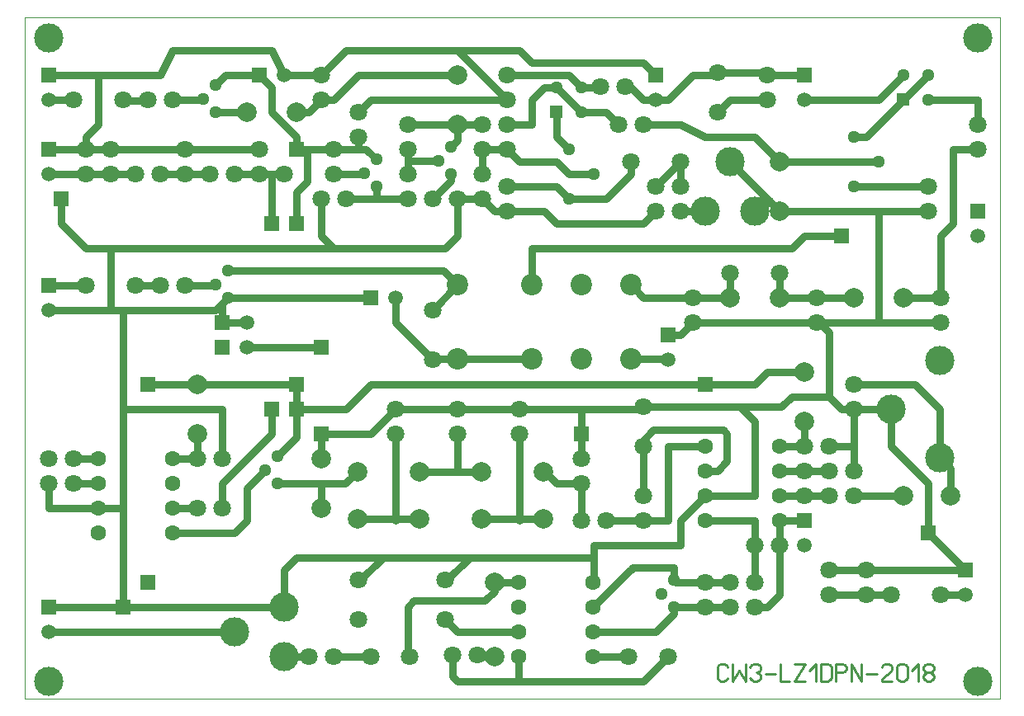
<source format=gbr>
%FSLAX34Y34*%
%MOMM*%
%LNSILK_TOP*%
G71*
G01*
%ADD10C, 0.00*%
%ADD11C, 1.52*%
%ADD12C, 1.80*%
%ADD13C, 0.80*%
%ADD14C, 1.28*%
%ADD15C, 2.00*%
%ADD16C, 1.28*%
%ADD17C, 3.00*%
%ADD18C, 1.60*%
%ADD19C, 2.20*%
%ADD20C, 3.00*%
%ADD21C, 3.00*%
%ADD22C, 0.22*%
%LPD*%
G54D10*
X-50000Y1050000D02*
X950000Y1050000D01*
X950000Y350000D01*
X-50000Y350000D01*
X-50000Y1050000D01*
G36*
X-17800Y998200D02*
X-17800Y983000D01*
X-33000Y983000D01*
X-33000Y998200D01*
X-17800Y998200D01*
G37*
X-25400Y965200D02*
G54D11*
D03*
X76200Y965200D02*
G54D12*
D03*
X101600Y965200D02*
G54D12*
D03*
X50800Y965200D02*
G54D12*
D03*
X0Y965200D02*
G54D12*
D03*
G54D13*
X51808Y963933D02*
X74933Y963933D01*
X76200Y965200D01*
X145766Y952171D02*
G54D14*
D03*
X133066Y966171D02*
G54D14*
D03*
X145766Y980171D02*
G54D14*
D03*
G36*
X182900Y998200D02*
X198100Y998200D01*
X198100Y983000D01*
X182900Y983000D01*
X182900Y998200D01*
G37*
X215900Y990600D02*
G54D11*
D03*
G54D13*
X190500Y990600D02*
X156195Y990600D01*
X145766Y980171D01*
X177800Y952500D02*
G54D15*
D03*
X228600Y952500D02*
G54D15*
D03*
G54D13*
X177800Y952500D02*
X146095Y952500D01*
X145766Y952171D01*
X254000Y990600D02*
G54D12*
D03*
X254000Y965200D02*
G54D12*
D03*
X310866Y875971D02*
G54D14*
D03*
X298166Y889971D02*
G54D14*
D03*
X310866Y903971D02*
G54D14*
D03*
G36*
X-17800Y922000D02*
X-17800Y906800D01*
X-33000Y906800D01*
X-33000Y922000D01*
X-17800Y922000D01*
G37*
X-25400Y889000D02*
G54D11*
D03*
X12700Y914400D02*
G54D12*
D03*
X12700Y889000D02*
G54D12*
D03*
X38100Y914400D02*
G54D12*
D03*
X38100Y889000D02*
G54D12*
D03*
X63500Y889000D02*
G54D12*
D03*
X88900Y889000D02*
G54D12*
D03*
X114300Y914400D02*
G54D12*
D03*
X114300Y889000D02*
G54D12*
D03*
X139700Y889000D02*
G54D12*
D03*
X165100Y889000D02*
G54D12*
D03*
X190500Y914400D02*
G54D12*
D03*
X190500Y889000D02*
G54D12*
D03*
G54D13*
X-25400Y889000D02*
X12700Y889000D01*
X38100Y889000D01*
X63500Y889000D01*
G54D13*
X88900Y889000D02*
X114300Y889000D01*
X139700Y889000D01*
G54D13*
X165100Y889000D02*
X190500Y889000D01*
G54D13*
X-25400Y965200D02*
X0Y965200D01*
G54D13*
X101600Y965200D02*
X132095Y965200D01*
X133066Y966171D01*
X266700Y914400D02*
G54D12*
D03*
X266700Y889000D02*
G54D12*
D03*
G54D13*
X266700Y889000D02*
X297195Y889000D01*
X298166Y889971D01*
G54D13*
X266700Y914400D02*
X300437Y914400D01*
X310866Y903971D01*
X292100Y952500D02*
G54D12*
D03*
X292100Y927100D02*
G54D12*
D03*
G54D13*
X292100Y927100D02*
X292100Y914400D01*
G54D13*
X228600Y952500D02*
X241300Y952500D01*
X254000Y965200D01*
X342900Y863600D02*
G54D12*
D03*
X342900Y889000D02*
G54D12*
D03*
X387066Y888671D02*
G54D14*
D03*
X374366Y902671D02*
G54D14*
D03*
X387066Y916671D02*
G54D14*
D03*
X342900Y939800D02*
G54D12*
D03*
X342900Y914400D02*
G54D12*
D03*
G54D13*
X342900Y889000D02*
X342900Y914400D01*
X254000Y863600D02*
G54D12*
D03*
X279400Y863600D02*
G54D12*
D03*
G54D13*
X279400Y863600D02*
X342900Y863600D01*
G54D13*
X310866Y875971D02*
X310866Y863421D01*
X310766Y863321D01*
X393700Y990600D02*
G54D15*
D03*
X393700Y939800D02*
G54D15*
D03*
G54D13*
X254000Y965200D02*
X266700Y965200D01*
X292100Y990600D01*
X393700Y990600D01*
G54D13*
X393700Y939800D02*
X393700Y923305D01*
X387066Y916671D01*
G54D13*
X374366Y902671D02*
X343871Y902671D01*
X342900Y901700D01*
X368300Y863600D02*
G54D12*
D03*
X393700Y863600D02*
G54D12*
D03*
G54D13*
X387066Y888671D02*
X387066Y882366D01*
X368300Y863600D01*
G54D13*
X342900Y939800D02*
X393700Y939800D01*
X419100Y939800D02*
G54D12*
D03*
X419100Y914400D02*
G54D12*
D03*
X419100Y889000D02*
G54D12*
D03*
X419100Y863600D02*
G54D12*
D03*
X444500Y939800D02*
G54D12*
D03*
X444500Y914400D02*
G54D12*
D03*
G54D13*
X419100Y914400D02*
X444500Y914400D01*
G54D13*
X419100Y914400D02*
X419100Y889000D01*
G54D13*
X393700Y939800D02*
X419100Y939800D01*
X508000Y863600D02*
G54D14*
D03*
X533400Y889000D02*
G54D14*
D03*
X508000Y914400D02*
G54D14*
D03*
X444500Y876300D02*
G54D12*
D03*
X444500Y850900D02*
G54D12*
D03*
G36*
X488900Y958900D02*
X501700Y958900D01*
X501700Y946100D01*
X488900Y946100D01*
X488900Y958900D01*
G37*
X495300Y977900D02*
G54D16*
D03*
X520700Y952500D02*
G54D16*
D03*
X520700Y977900D02*
G54D16*
D03*
X444500Y990600D02*
G54D12*
D03*
X444500Y965200D02*
G54D12*
D03*
G54D13*
X495300Y977900D02*
X520700Y952500D01*
G54D13*
X444500Y939800D02*
X469900Y939800D01*
X469900Y965200D01*
X482600Y977900D01*
X495300Y977900D01*
G54D13*
X444500Y990600D02*
X508000Y990600D01*
X520700Y977900D01*
G54D13*
X495300Y952500D02*
X495300Y927100D01*
X508000Y914400D01*
G54D13*
X444500Y876300D02*
X495300Y876300D01*
X508000Y863600D01*
G54D13*
X444500Y914400D02*
X457200Y901700D01*
X495293Y901700D01*
X508000Y888993D01*
X533400Y889000D01*
X584200Y939800D02*
G54D12*
D03*
X558800Y939800D02*
G54D12*
D03*
G54D13*
X520700Y952500D02*
X546100Y952500D01*
X558800Y939800D01*
X622300Y901700D02*
G54D12*
D03*
X571500Y901700D02*
G54D12*
D03*
G54D13*
X508000Y863600D02*
X546100Y863600D01*
X571500Y889000D01*
X571500Y901700D01*
X596900Y876300D02*
G54D12*
D03*
X596900Y850900D02*
G54D12*
D03*
G54D13*
X596900Y876300D02*
X622300Y901700D01*
X622300Y876300D02*
G54D12*
D03*
X622300Y850900D02*
G54D12*
D03*
G54D13*
X622300Y901700D02*
X622300Y876300D01*
X647700Y850900D02*
G54D17*
D03*
X698500Y850900D02*
G54D17*
D03*
X673100Y901700D02*
G54D17*
D03*
G54D13*
X622300Y850900D02*
X647700Y850900D01*
X660400Y952500D02*
G54D12*
D03*
X660400Y992500D02*
G54D12*
D03*
X566178Y978299D02*
G54D12*
D03*
X540778Y978299D02*
G54D12*
D03*
G54D13*
X520700Y977900D02*
X540379Y977900D01*
X540778Y978299D01*
G36*
X604500Y998200D02*
X604500Y983000D01*
X589300Y983000D01*
X589300Y998200D01*
X604500Y998200D01*
G37*
X596900Y965200D02*
G54D11*
D03*
G54D13*
X566178Y978299D02*
X571101Y978299D01*
X584200Y965200D01*
X596900Y965200D01*
X711200Y990600D02*
G54D12*
D03*
X711200Y965200D02*
G54D12*
D03*
G54D13*
X596900Y965200D02*
X609600Y965200D01*
X635000Y990600D01*
X658500Y990600D01*
X660400Y992500D01*
G54D13*
X660400Y992500D02*
X709300Y992500D01*
X711200Y990600D01*
X800100Y876300D02*
G54D14*
D03*
X825500Y901700D02*
G54D14*
D03*
X800100Y927100D02*
G54D14*
D03*
X723900Y901700D02*
G54D15*
D03*
X723900Y850900D02*
G54D15*
D03*
G36*
X756900Y998200D02*
X756900Y983000D01*
X741700Y983000D01*
X741700Y998200D01*
X756900Y998200D01*
G37*
X749300Y965200D02*
G54D11*
D03*
G54D13*
X711200Y990600D02*
X749300Y990600D01*
G36*
X844500Y971600D02*
X857300Y971600D01*
X857300Y958800D01*
X844500Y958800D01*
X844500Y971600D01*
G37*
X850900Y990600D02*
G54D16*
D03*
X876300Y965200D02*
G54D16*
D03*
X876300Y990600D02*
G54D16*
D03*
X927100Y914400D02*
G54D12*
D03*
X927100Y939800D02*
G54D12*
D03*
G54D13*
X850900Y965200D02*
X876300Y990600D01*
G54D13*
X876300Y965200D02*
X927100Y965200D01*
X927100Y939800D01*
X876300Y876300D02*
G54D12*
D03*
X876300Y850900D02*
G54D12*
D03*
G54D13*
X800100Y876300D02*
X876300Y876300D01*
G54D13*
X825500Y901700D02*
X723900Y901700D01*
G54D13*
X800100Y927100D02*
X812800Y927100D01*
X850900Y965200D01*
G54D13*
X584200Y939800D02*
X622300Y939800D01*
X647700Y927100D01*
X698500Y927100D01*
X723900Y901700D01*
G54D13*
X749300Y965200D02*
X825500Y965200D01*
X850900Y990600D01*
G54D13*
X444500Y850900D02*
X482600Y850900D01*
X495300Y838200D01*
X584200Y838200D01*
X596900Y850900D01*
G54D13*
X673100Y901700D02*
X723900Y850900D01*
G54D13*
X698500Y850900D02*
X703300Y850900D01*
X714400Y862000D01*
G54D13*
X711200Y965200D02*
X673100Y965200D01*
X660400Y952500D01*
G54D13*
X215900Y990600D02*
X203200Y1016000D01*
X101600Y1016000D01*
X88900Y990600D01*
X-25400Y990600D01*
G54D13*
X190500Y914400D02*
X114300Y914400D01*
X38100Y914400D01*
X12700Y914400D01*
X-25400Y914400D01*
G54D13*
X215900Y990600D02*
X254000Y990600D01*
G54D13*
X444500Y965200D02*
X304800Y965200D01*
X292100Y952500D01*
X25400Y596900D02*
G54D18*
D03*
X25400Y571500D02*
G54D18*
D03*
X25400Y546100D02*
G54D18*
D03*
X25400Y520700D02*
G54D18*
D03*
X101600Y596900D02*
G54D18*
D03*
X101600Y571500D02*
G54D18*
D03*
X101600Y546100D02*
G54D18*
D03*
X101600Y520700D02*
G54D18*
D03*
X647700Y609600D02*
G54D18*
D03*
X647700Y584200D02*
G54D18*
D03*
X647700Y558800D02*
G54D18*
D03*
X647700Y533400D02*
G54D18*
D03*
X723900Y609600D02*
G54D18*
D03*
X723900Y584200D02*
G54D18*
D03*
X723900Y558800D02*
G54D18*
D03*
X723900Y533400D02*
G54D18*
D03*
X291250Y583350D02*
G54D15*
D03*
X291250Y534950D02*
G54D15*
D03*
X394085Y698735D02*
G54D19*
D03*
X394085Y774935D02*
G54D19*
D03*
X470285Y698735D02*
G54D19*
D03*
X521085Y698735D02*
G54D19*
D03*
X571885Y698735D02*
G54D19*
D03*
X470285Y774935D02*
G54D19*
D03*
X521085Y774935D02*
G54D19*
D03*
X571885Y774935D02*
G54D19*
D03*
G36*
X934700Y858500D02*
X934700Y843300D01*
X919500Y843300D01*
X919500Y858500D01*
X934700Y858500D01*
G37*
X927100Y825500D02*
G54D11*
D03*
X889000Y736600D02*
G54D12*
D03*
X889000Y762000D02*
G54D12*
D03*
X850900Y762000D02*
G54D15*
D03*
X800100Y762000D02*
G54D15*
D03*
X762000Y736600D02*
G54D12*
D03*
X762000Y762000D02*
G54D12*
D03*
X723900Y762000D02*
G54D15*
D03*
X673100Y762000D02*
G54D15*
D03*
X635000Y736600D02*
G54D12*
D03*
X635000Y762000D02*
G54D12*
D03*
G54D13*
X635000Y762000D02*
X673100Y762000D01*
G54D13*
X723900Y762000D02*
X762000Y762000D01*
G54D13*
X762000Y762000D02*
X800100Y762000D01*
G36*
X-17800Y782300D02*
X-17800Y767100D01*
X-33000Y767100D01*
X-33000Y782300D01*
X-17800Y782300D01*
G37*
X-25400Y749300D02*
G54D11*
D03*
X63500Y774700D02*
G54D12*
D03*
X12700Y774700D02*
G54D12*
D03*
X88900Y774700D02*
G54D12*
D03*
X114300Y774700D02*
G54D12*
D03*
X158466Y761671D02*
G54D14*
D03*
X145766Y775671D02*
G54D14*
D03*
X158466Y789671D02*
G54D14*
D03*
X368300Y698500D02*
G54D12*
D03*
X368300Y749300D02*
G54D12*
D03*
G54D13*
X-25400Y774700D02*
X12700Y774700D01*
G54D13*
X63500Y774700D02*
X88900Y774700D01*
G54D13*
X114300Y774700D02*
X144795Y774700D01*
X145766Y775671D01*
G54D13*
X158466Y789671D02*
X379349Y789671D01*
X394085Y774935D01*
G54D13*
X394085Y698735D02*
X368534Y698735D01*
X368300Y698500D01*
G54D13*
X394085Y774935D02*
X393934Y774935D01*
X368300Y749300D01*
G54D13*
X-25400Y749300D02*
X146095Y749300D01*
X158466Y761671D01*
G54D13*
X394085Y698735D02*
X470285Y698735D01*
G36*
X617200Y731500D02*
X617200Y716300D01*
X602000Y716300D01*
X602000Y731500D01*
X617200Y731500D01*
G37*
X609600Y698500D02*
G54D11*
D03*
G54D13*
X571885Y698735D02*
X609365Y698735D01*
X609600Y698500D01*
X354750Y583350D02*
G54D15*
D03*
X354750Y534950D02*
G54D15*
D03*
X418250Y583350D02*
G54D15*
D03*
X418250Y534950D02*
G54D15*
D03*
X481750Y583350D02*
G54D15*
D03*
X481750Y534950D02*
G54D15*
D03*
X330200Y622300D02*
G54D12*
D03*
X330200Y647700D02*
G54D12*
D03*
X393700Y622300D02*
G54D12*
D03*
X393700Y647700D02*
G54D12*
D03*
X457200Y622300D02*
G54D12*
D03*
X457200Y647700D02*
G54D12*
D03*
X209266Y571171D02*
G54D14*
D03*
X196566Y585171D02*
G54D14*
D03*
X209266Y599171D02*
G54D14*
D03*
G54D13*
X101600Y520700D02*
X165100Y520700D01*
X177800Y533400D01*
X177800Y566405D01*
X196566Y585171D01*
G54D13*
X209266Y571171D02*
X279071Y571171D01*
X291250Y583350D01*
X520700Y571500D02*
G54D12*
D03*
X520700Y596900D02*
G54D12*
D03*
X546100Y533400D02*
G54D12*
D03*
X520700Y533400D02*
G54D12*
D03*
X0Y596900D02*
G54D12*
D03*
X-25400Y596900D02*
G54D12*
D03*
X0Y571500D02*
G54D12*
D03*
X-25400Y571500D02*
G54D12*
D03*
G54D13*
X0Y596900D02*
X25400Y596900D01*
G54D13*
X0Y571500D02*
X25400Y571500D01*
X152400Y546100D02*
G54D12*
D03*
X127000Y546100D02*
G54D12*
D03*
X152400Y596900D02*
G54D12*
D03*
X127000Y596900D02*
G54D12*
D03*
G54D13*
X101600Y546100D02*
X127000Y546100D01*
X584200Y558800D02*
G54D12*
D03*
X584200Y533400D02*
G54D12*
D03*
X584200Y649600D02*
G54D12*
D03*
X584200Y609600D02*
G54D12*
D03*
G54D13*
X520700Y571500D02*
X520700Y533400D01*
G54D13*
X546100Y533400D02*
X584200Y533400D01*
G36*
X246400Y629900D02*
X261600Y629900D01*
X261600Y614700D01*
X246400Y614700D01*
X246400Y629900D01*
G37*
G54D13*
X291250Y534950D02*
X354750Y534950D01*
G54D13*
X354750Y583350D02*
X418250Y583350D01*
G54D13*
X418250Y534950D02*
X481750Y534950D01*
G54D13*
X481750Y583350D02*
X483450Y583350D01*
X495300Y571500D01*
X520700Y571500D01*
G54D13*
X330200Y622300D02*
X330200Y533400D01*
G54D13*
X393700Y622300D02*
X393700Y584200D01*
G54D13*
X457200Y622300D02*
X457200Y533400D01*
G54D13*
X254000Y622300D02*
X304800Y622300D01*
X330200Y647700D01*
G54D13*
X330200Y647700D02*
X393700Y647700D01*
G54D13*
X393700Y647700D02*
X457200Y647700D01*
G54D13*
X584200Y609600D02*
X584200Y558800D01*
G54D13*
X457200Y647700D02*
X582300Y647700D01*
X584200Y649600D01*
G54D13*
X-25400Y571500D02*
X-25400Y546100D01*
X25400Y546100D01*
G36*
X195600Y845800D02*
X210800Y845800D01*
X210800Y830600D01*
X195600Y830600D01*
X195600Y845800D01*
G37*
G54D13*
X254000Y863600D02*
X254000Y825500D01*
X266700Y812800D01*
X381000Y812800D01*
X393700Y825500D01*
X393700Y863600D01*
X419100Y863600D01*
X431800Y850900D01*
X444500Y850900D01*
G36*
X195600Y655300D02*
X210800Y655300D01*
X210800Y640100D01*
X195600Y640100D01*
X195600Y655300D01*
G37*
G36*
X221000Y922000D02*
X236200Y922000D01*
X236200Y906800D01*
X221000Y906800D01*
X221000Y922000D01*
G37*
G54D13*
X266700Y914400D02*
X228600Y914400D01*
X228600Y927100D01*
X203200Y952500D01*
X203200Y977900D01*
X190500Y990600D01*
G36*
X221000Y845800D02*
X236200Y845800D01*
X236200Y830600D01*
X221000Y830600D01*
X221000Y845800D01*
G37*
G36*
X221000Y680700D02*
X236200Y680700D01*
X236200Y665500D01*
X221000Y665500D01*
X221000Y680700D01*
G37*
G36*
X221000Y655300D02*
X236200Y655300D01*
X236200Y640100D01*
X221000Y640100D01*
X221000Y655300D01*
G37*
G54D13*
X228600Y647700D02*
X228600Y618505D01*
X209266Y599171D01*
X215900Y889000D02*
G54D12*
D03*
X266700Y889000D02*
G54D12*
D03*
G54D13*
X190500Y889000D02*
X215900Y889000D01*
G54D13*
X203200Y838200D02*
X203200Y889000D01*
G54D13*
X228600Y838200D02*
X228600Y869900D01*
X239700Y881000D01*
X239700Y912800D01*
X241300Y914400D01*
G54D13*
X647700Y609600D02*
X609600Y609600D01*
X609600Y533400D01*
X584200Y533400D01*
X749300Y558800D02*
G54D12*
D03*
X749300Y584200D02*
G54D12*
D03*
X774700Y609600D02*
G54D12*
D03*
X749300Y609600D02*
G54D12*
D03*
G54D13*
X723900Y609600D02*
X749300Y609600D01*
G54D13*
X723900Y584200D02*
X749300Y584200D01*
G54D13*
X723900Y558800D02*
X749300Y558800D01*
X800100Y584200D02*
G54D12*
D03*
X774700Y584200D02*
G54D12*
D03*
X800100Y558800D02*
G54D12*
D03*
X774700Y558800D02*
G54D12*
D03*
G54D13*
X749300Y558800D02*
X774700Y558800D01*
G54D13*
X749300Y584200D02*
X774700Y584200D01*
G54D13*
X774700Y609600D02*
X800100Y609600D01*
X800100Y584200D01*
X850900Y558800D02*
G54D15*
D03*
X899300Y558800D02*
G54D15*
D03*
G54D13*
X800100Y558800D02*
X850900Y558800D01*
X838200Y647700D02*
G54D20*
D03*
X888200Y697700D02*
G54D20*
D03*
X888200Y597700D02*
G54D20*
D03*
G54D13*
X899300Y558800D02*
X899300Y586600D01*
X888200Y597700D01*
X800100Y647700D02*
G54D12*
D03*
X800100Y673100D02*
G54D12*
D03*
G54D13*
X838200Y647700D02*
X800100Y647700D01*
X800100Y609600D01*
G54D13*
X800100Y673100D02*
X862800Y673100D01*
X888200Y647700D01*
X888200Y597700D01*
G36*
X640100Y680700D02*
X655300Y680700D01*
X655300Y665500D01*
X640100Y665500D01*
X640100Y680700D01*
G37*
G54D13*
X698500Y673100D02*
X647700Y673100D01*
G36*
X297200Y769600D02*
X312400Y769600D01*
X312400Y754400D01*
X297200Y754400D01*
X297200Y769600D01*
G37*
X330200Y762000D02*
G54D11*
D03*
G36*
X513100Y629900D02*
X528300Y629900D01*
X528300Y614700D01*
X513100Y614700D01*
X513100Y629900D01*
G37*
G54D13*
X520700Y596900D02*
X520700Y622300D01*
X520700Y647700D01*
X698500Y469900D02*
G54D12*
D03*
X673100Y469900D02*
G54D12*
D03*
X698500Y444500D02*
G54D12*
D03*
X673100Y444500D02*
G54D12*
D03*
X647700Y469900D02*
G54D12*
D03*
X647700Y444500D02*
G54D12*
D03*
G54D13*
X673100Y469900D02*
X647700Y469900D01*
G54D13*
X673100Y444500D02*
X647700Y444500D01*
X615666Y444171D02*
G54D14*
D03*
X602966Y458171D02*
G54D14*
D03*
X615666Y472171D02*
G54D14*
D03*
G54D13*
X647700Y469900D02*
X617937Y469900D01*
X615666Y472171D01*
G54D13*
X647700Y444500D02*
X615995Y444500D01*
X615666Y444171D01*
G36*
X922000Y490200D02*
X922000Y475000D01*
X906800Y475000D01*
X906800Y490200D01*
X922000Y490200D01*
G37*
X914400Y457200D02*
G54D11*
D03*
G54D13*
X838200Y647700D02*
X838200Y609600D01*
X876300Y571500D01*
X876300Y520700D01*
X914400Y482600D01*
X838200Y457200D02*
G54D12*
D03*
X889000Y457200D02*
G54D12*
D03*
X812800Y457200D02*
G54D12*
D03*
X812800Y482600D02*
G54D12*
D03*
X774700Y482600D02*
G54D12*
D03*
X774700Y457200D02*
G54D12*
D03*
G54D13*
X914400Y457200D02*
X889000Y457200D01*
G54D13*
X838200Y457200D02*
X812800Y457200D01*
X774700Y457200D01*
G54D13*
X914400Y482600D02*
X812800Y482600D01*
X774700Y482600D01*
X533251Y393690D02*
G54D18*
D03*
X533251Y419090D02*
G54D18*
D03*
X533251Y444491D02*
G54D18*
D03*
X533251Y469890D02*
G54D18*
D03*
X457051Y393690D02*
G54D18*
D03*
X457051Y419090D02*
G54D18*
D03*
X457051Y444491D02*
G54D18*
D03*
X457051Y469890D02*
G54D18*
D03*
G54D13*
X615666Y444171D02*
X615666Y437866D01*
X596900Y419100D01*
X533251Y419090D01*
G54D13*
X615666Y472171D02*
X615666Y484721D01*
X615566Y484821D01*
X573721Y484821D01*
X571500Y482600D01*
X571360Y482600D01*
X533251Y444491D01*
G54D13*
X647700Y558800D02*
X622300Y533400D01*
X622300Y508000D01*
X533400Y508000D01*
X533400Y470040D01*
X533251Y469890D01*
X388726Y395177D02*
G54D12*
D03*
X414126Y395177D02*
G54D12*
D03*
X381000Y471800D02*
G54D12*
D03*
X381000Y431800D02*
G54D12*
D03*
X431800Y469900D02*
G54D15*
D03*
X431800Y393700D02*
G54D15*
D03*
G54D13*
X457051Y469890D02*
X431800Y469900D01*
G54D13*
X457051Y419090D02*
X393710Y419090D01*
X381000Y431800D01*
G54D13*
X381000Y471800D02*
X382900Y471800D01*
X406400Y495300D01*
X533400Y495300D01*
X292100Y471800D02*
G54D12*
D03*
X292100Y431800D02*
G54D12*
D03*
G54D13*
X292100Y471800D02*
X294000Y471800D01*
X317500Y495300D01*
X406400Y495300D01*
G54D13*
X25400Y546100D02*
X50800Y546100D01*
X50800Y647700D01*
X152400Y647700D01*
X152400Y596900D01*
G36*
X68600Y477500D02*
X83800Y477500D01*
X83800Y462300D01*
X68600Y462300D01*
X68600Y477500D01*
G37*
G36*
X68600Y680700D02*
X83800Y680700D01*
X83800Y665500D01*
X68600Y665500D01*
X68600Y680700D01*
G37*
X304800Y393700D02*
G54D12*
D03*
X344800Y393700D02*
G54D12*
D03*
X215900Y393700D02*
G54D17*
D03*
X215900Y444500D02*
G54D17*
D03*
X165100Y419100D02*
G54D17*
D03*
G36*
X-17800Y452100D02*
X-17800Y436900D01*
X-33000Y436900D01*
X-33000Y452100D01*
X-17800Y452100D01*
G37*
X-25400Y419100D02*
G54D11*
D03*
X266700Y393700D02*
G54D12*
D03*
X241300Y393700D02*
G54D12*
D03*
G54D13*
X431800Y469900D02*
X431800Y460300D01*
X422300Y450800D01*
X349200Y450800D01*
X342900Y444500D01*
X342900Y395600D01*
X344800Y393700D01*
G54D13*
X304800Y393700D02*
X266700Y393700D01*
G54D13*
X241300Y393700D02*
X215900Y393700D01*
G54D13*
X215900Y444500D02*
X215900Y482600D01*
X228600Y495300D01*
X317500Y495300D01*
G54D13*
X165100Y419100D02*
X-25400Y419100D01*
G36*
X756900Y541000D02*
X756900Y525800D01*
X741700Y525800D01*
X741700Y541000D01*
X756900Y541000D01*
G37*
X749300Y508000D02*
G54D11*
D03*
X723900Y508000D02*
G54D12*
D03*
X698500Y508000D02*
G54D12*
D03*
G54D13*
X723900Y533400D02*
X749300Y533400D01*
G54D13*
X723900Y533400D02*
X723900Y508000D01*
G54D13*
X647700Y533400D02*
X698500Y533400D01*
X698500Y508000D01*
G54D13*
X698500Y508000D02*
X698500Y469900D01*
G54D13*
X723900Y508000D02*
X723900Y457200D01*
X711200Y444500D01*
X698500Y444500D01*
G36*
X43200Y452100D02*
X58400Y452100D01*
X58400Y436900D01*
X43200Y436900D01*
X43200Y452100D01*
G37*
X-25400Y1028700D02*
G54D12*
D03*
X927100Y1028700D02*
G54D12*
D03*
X927100Y368300D02*
G54D12*
D03*
X-25400Y368300D02*
G54D12*
D03*
X-25400Y1028700D02*
G54D12*
D03*
X-25400Y1028700D02*
G54D12*
D03*
X-25400Y1028700D02*
G54D12*
D03*
X927100Y1028700D02*
G54D12*
D03*
X927100Y368300D02*
G54D12*
D03*
X-25400Y368300D02*
G54D12*
D03*
X-25400Y1028700D02*
G54D12*
D03*
X-25400Y1028700D02*
G54D21*
D03*
X927100Y1028700D02*
G54D21*
D03*
X927100Y368300D02*
G54D21*
D03*
X-25400Y368300D02*
G54D21*
D03*
X673100Y787400D02*
G54D12*
D03*
X723900Y787400D02*
G54D12*
D03*
G54D13*
X431800Y393700D02*
X415603Y393700D01*
X414126Y395177D01*
X569600Y393700D02*
G54D12*
D03*
X609600Y393700D02*
G54D12*
D03*
G54D13*
X533251Y393690D02*
X569600Y393700D01*
G54D13*
X388726Y395177D02*
X388726Y373274D01*
X393700Y368300D01*
X584200Y368300D01*
X609600Y393700D01*
G54D13*
X457051Y393690D02*
X457051Y368449D01*
X457200Y368300D01*
G54D22*
X671067Y371633D02*
X669733Y369411D01*
X667067Y368300D01*
X664400Y368300D01*
X661733Y369411D01*
X660400Y371633D01*
X660400Y382744D01*
X661733Y384967D01*
X664400Y386078D01*
X667067Y386078D01*
X669733Y384967D01*
X671067Y382744D01*
G54D22*
X675956Y386078D02*
X675956Y368300D01*
X682623Y379411D01*
X689289Y368300D01*
X689289Y386078D01*
G54D22*
X694178Y382744D02*
X695511Y384967D01*
X698178Y386078D01*
X700845Y386078D01*
X703511Y384967D01*
X704845Y382744D01*
X704845Y380522D01*
X703511Y378300D01*
X700845Y377189D01*
X703511Y376078D01*
X704845Y373856D01*
X704845Y371633D01*
X703511Y369411D01*
X700845Y368300D01*
X698178Y368300D01*
X695511Y369411D01*
X694178Y371633D01*
G54D22*
X709734Y376078D02*
X720401Y376078D01*
G54D22*
X725290Y386078D02*
X725290Y368300D01*
X734623Y368300D01*
G54D22*
X739512Y386078D02*
X750179Y386078D01*
X739512Y368300D01*
X750179Y368300D01*
G54D22*
X755068Y379411D02*
X761735Y386078D01*
X761735Y368300D01*
G54D22*
X766624Y368300D02*
X766624Y386078D01*
X773291Y386078D01*
X775957Y384967D01*
X777291Y382744D01*
X777291Y371633D01*
X775957Y369411D01*
X773291Y368300D01*
X766624Y368300D01*
G54D22*
X782180Y368300D02*
X782180Y386078D01*
X788847Y386078D01*
X791513Y384967D01*
X792847Y382744D01*
X792847Y380522D01*
X791513Y378300D01*
X788847Y377189D01*
X782180Y377189D01*
G54D22*
X797736Y368300D02*
X797736Y386078D01*
X808403Y368300D01*
X808403Y386078D01*
G54D22*
X813292Y376078D02*
X823959Y376078D01*
G54D22*
X839515Y368300D02*
X828848Y368300D01*
X828848Y369411D01*
X830181Y371633D01*
X838181Y378300D01*
X839515Y380522D01*
X839515Y382744D01*
X838181Y384967D01*
X835515Y386078D01*
X832848Y386078D01*
X830181Y384967D01*
X828848Y382744D01*
G54D22*
X855071Y382744D02*
X855071Y371633D01*
X853737Y369411D01*
X851071Y368300D01*
X848404Y368300D01*
X845737Y369411D01*
X844404Y371633D01*
X844404Y382744D01*
X845737Y384967D01*
X848404Y386078D01*
X851071Y386078D01*
X853737Y384967D01*
X855071Y382744D01*
G54D22*
X859960Y379411D02*
X866627Y386078D01*
X866627Y368300D01*
G54D22*
X878183Y377189D02*
X875516Y377189D01*
X872849Y378300D01*
X871516Y380522D01*
X871516Y382744D01*
X872849Y384967D01*
X875516Y386078D01*
X878183Y386078D01*
X880849Y384967D01*
X882183Y382744D01*
X882183Y380522D01*
X880849Y378300D01*
X878183Y377189D01*
X880849Y376078D01*
X882183Y373856D01*
X882183Y371633D01*
X880849Y369411D01*
X878183Y368300D01*
X875516Y368300D01*
X872849Y369411D01*
X871516Y371633D01*
X871516Y373856D01*
X872849Y376078D01*
X875516Y377189D01*
G36*
X-20300Y871200D02*
X-5100Y871200D01*
X-5100Y856000D01*
X-20300Y856000D01*
X-20300Y871200D01*
G37*
G54D13*
X-12700Y863600D02*
X-12700Y838200D01*
X12700Y812800D01*
X279400Y812800D01*
G54D13*
X38100Y812800D02*
X38100Y749300D01*
G54D13*
X12700Y914400D02*
X12700Y927100D01*
X25400Y939800D01*
X25400Y990600D01*
G54D13*
X254000Y990600D02*
X279400Y1016000D01*
X393700Y1016000D01*
X444500Y965200D01*
G54D13*
X596900Y990600D02*
X584200Y1003300D01*
X469900Y1003300D01*
X457200Y1016000D01*
X393700Y1016000D01*
X749300Y635000D02*
G54D15*
D03*
X749300Y685800D02*
G54D15*
D03*
G54D13*
X698500Y673100D02*
X711200Y685800D01*
G54D13*
X749300Y685800D02*
X711200Y685800D01*
X698500Y673100D01*
X647700Y673100D01*
G54D13*
X749300Y609600D02*
X749300Y635000D01*
X127000Y622300D02*
G54D15*
D03*
X127000Y673100D02*
G54D15*
D03*
G54D13*
X127000Y622300D02*
X127000Y596900D01*
G54D13*
X76200Y673100D02*
X127000Y673100D01*
G54D13*
X101600Y596900D02*
X127000Y596900D01*
G54D13*
X50800Y647700D02*
X50800Y749300D01*
X254000Y546100D02*
G54D15*
D03*
X254000Y596900D02*
G54D15*
D03*
G54D13*
X254000Y596900D02*
X254000Y622300D01*
G54D13*
X254000Y546100D02*
X254000Y571500D01*
G54D13*
X584200Y649600D02*
X683900Y649600D01*
X698500Y635000D01*
X698500Y558800D01*
X647700Y558800D01*
G54D13*
X584200Y609600D02*
X584200Y615200D01*
X594900Y625900D01*
X666400Y625900D01*
X669900Y622400D01*
X669900Y593700D01*
X660400Y584200D01*
X647700Y584200D01*
G54D13*
X50800Y546100D02*
X50800Y444500D01*
G54D13*
X-25400Y444500D02*
X50800Y444500D01*
X215900Y444500D01*
G54D13*
X203200Y647700D02*
X203200Y622300D01*
X152400Y571500D01*
X152400Y546100D01*
G54D13*
X228600Y647700D02*
X279400Y647700D01*
X304800Y673100D01*
X647700Y673100D01*
G54D13*
X127000Y673100D02*
X228600Y673100D01*
X228600Y647700D01*
G54D13*
X158466Y761671D02*
X304471Y761671D01*
X304800Y762000D01*
G54D13*
X330200Y762000D02*
X330200Y736599D01*
X368300Y698500D01*
G36*
X246400Y718800D02*
X261600Y718800D01*
X261600Y703600D01*
X246400Y703600D01*
X246400Y718800D01*
G37*
G54D13*
X177800Y711200D02*
X254000Y711200D01*
G54D13*
X414126Y395177D02*
X430323Y395177D01*
X431800Y393700D01*
G54D13*
X800100Y647700D02*
X787400Y647700D01*
X774700Y660400D01*
X736600Y660400D01*
X725800Y649600D01*
X584200Y649600D01*
G54D13*
X876300Y850900D02*
X825500Y850900D01*
X825500Y736600D01*
X762000Y736600D01*
G54D13*
X762000Y736600D02*
X764300Y736600D01*
X774700Y726200D01*
X774700Y660400D01*
X787400Y647700D01*
X800100Y647700D01*
G54D13*
X609600Y723900D02*
X622300Y723900D01*
X635000Y736600D01*
G54D13*
X850900Y762000D02*
X889000Y762000D01*
G54D13*
X635000Y736600D02*
X762000Y736600D01*
X889000Y736600D01*
G54D13*
X723900Y850900D02*
X876300Y850900D01*
G54D13*
X927100Y914400D02*
X901700Y914400D01*
X901700Y838200D01*
X889000Y825500D01*
X889000Y762000D01*
G54D13*
X635000Y762000D02*
X584820Y762000D01*
X571885Y774935D01*
G54D13*
X673100Y762000D02*
X673100Y787400D01*
G54D13*
X723900Y762000D02*
X723900Y787400D01*
G36*
X779800Y833100D02*
X795000Y833100D01*
X795000Y817900D01*
X779800Y817900D01*
X779800Y833100D01*
G37*
G54D13*
X470285Y774935D02*
X470285Y812415D01*
X469900Y812800D01*
X736600Y812800D01*
X749300Y825500D01*
X787400Y825500D01*
G36*
X144800Y718800D02*
X160000Y718800D01*
X160000Y703600D01*
X144800Y703600D01*
X144800Y718800D01*
G37*
X177800Y711200D02*
G54D11*
D03*
G36*
X144800Y744200D02*
X160000Y744200D01*
X160000Y729000D01*
X144800Y729000D01*
X144800Y744200D01*
G37*
X177800Y736600D02*
G54D11*
D03*
G54D13*
X152400Y736600D02*
X152400Y755605D01*
X158466Y761671D01*
G54D13*
X152400Y736600D02*
X177800Y736600D01*
G36*
X779800Y833100D02*
X795000Y833100D01*
X795000Y817900D01*
X779800Y817900D01*
X779800Y833100D01*
G37*
G36*
X919500Y858500D02*
X934700Y858500D01*
X934700Y843300D01*
X919500Y843300D01*
X919500Y858500D01*
G37*
G36*
X868700Y528300D02*
X883900Y528300D01*
X883900Y513100D01*
X868700Y513100D01*
X868700Y528300D01*
G37*
M02*

</source>
